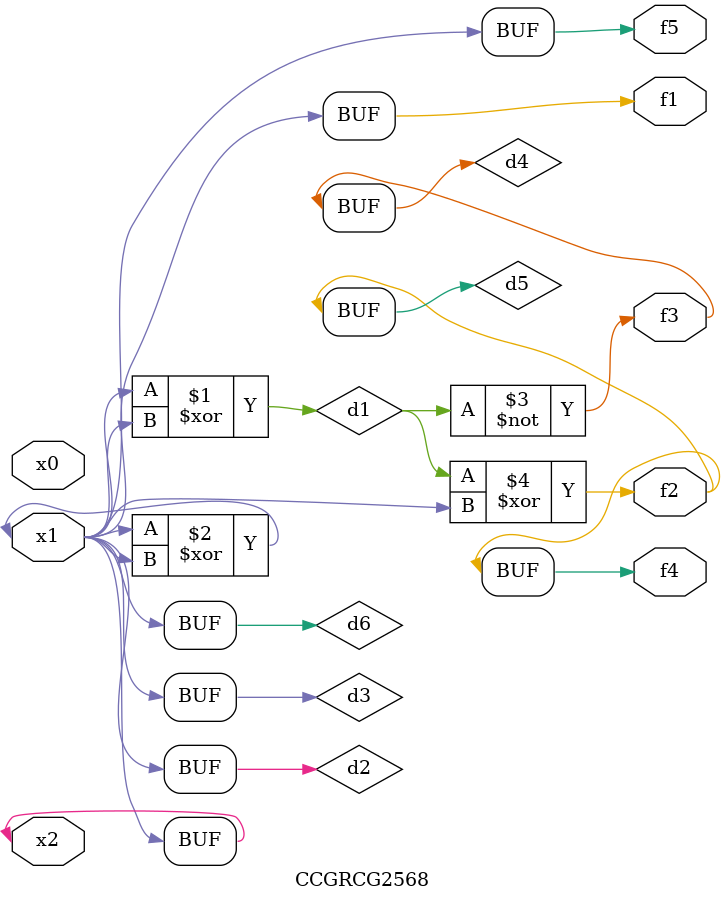
<source format=v>
module CCGRCG2568(
	input x0, x1, x2,
	output f1, f2, f3, f4, f5
);

	wire d1, d2, d3, d4, d5, d6;

	xor (d1, x1, x2);
	buf (d2, x1, x2);
	xor (d3, x1, x2);
	nor (d4, d1);
	xor (d5, d1, d2);
	buf (d6, d2, d3);
	assign f1 = d6;
	assign f2 = d5;
	assign f3 = d4;
	assign f4 = d5;
	assign f5 = d6;
endmodule

</source>
